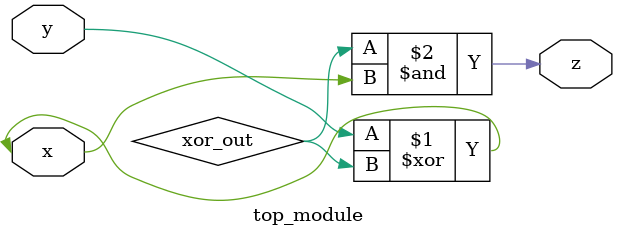
<source format=sv>
module top_module(
  input x,
  input y,
  output z);

  // Instantiate xor gate
  wire xor_out;
  xor u_xor(.a(x), .b(y), .z(xor_out));
  
  // AND gate
  assign z = xor_out & x;
  
endmodule

</source>
